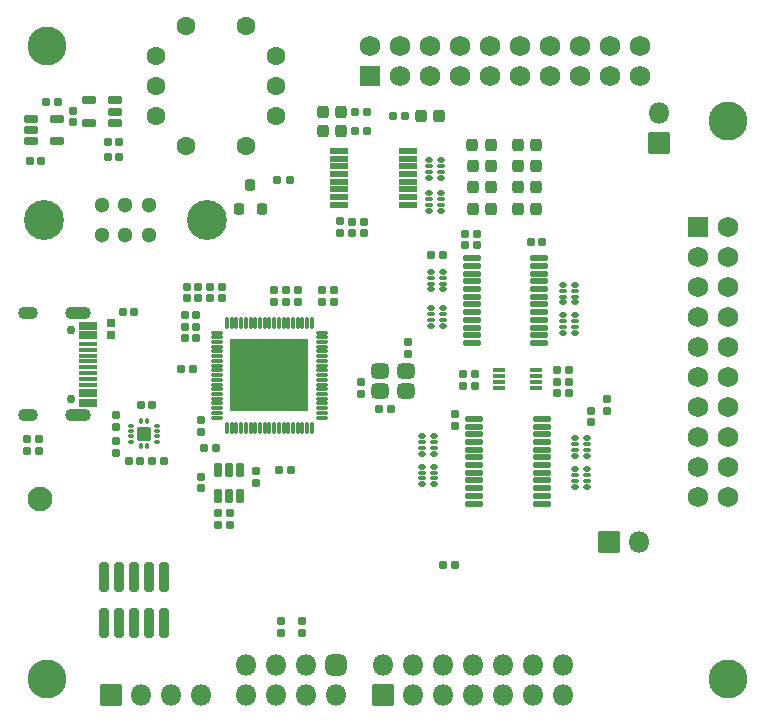
<source format=gbr>
%TF.GenerationSoftware,KiCad,Pcbnew,7.0.7*%
%TF.CreationDate,2024-02-05T14:51:40-08:00*%
%TF.ProjectId,Serberus,53657262-6572-4757-932e-6b696361645f,V2.1*%
%TF.SameCoordinates,Original*%
%TF.FileFunction,Soldermask,Top*%
%TF.FilePolarity,Negative*%
%FSLAX46Y46*%
G04 Gerber Fmt 4.6, Leading zero omitted, Abs format (unit mm)*
G04 Created by KiCad (PCBNEW 7.0.7) date 2024-02-05 14:51:40*
%MOMM*%
%LPD*%
G01*
G04 APERTURE LIST*
G04 Aperture macros list*
%AMRoundRect*
0 Rectangle with rounded corners*
0 $1 Rounding radius*
0 $2 $3 $4 $5 $6 $7 $8 $9 X,Y pos of 4 corners*
0 Add a 4 corners polygon primitive as box body*
4,1,4,$2,$3,$4,$5,$6,$7,$8,$9,$2,$3,0*
0 Add four circle primitives for the rounded corners*
1,1,$1+$1,$2,$3*
1,1,$1+$1,$4,$5*
1,1,$1+$1,$6,$7*
1,1,$1+$1,$8,$9*
0 Add four rect primitives between the rounded corners*
20,1,$1+$1,$2,$3,$4,$5,0*
20,1,$1+$1,$4,$5,$6,$7,0*
20,1,$1+$1,$6,$7,$8,$9,0*
20,1,$1+$1,$8,$9,$2,$3,0*%
G04 Aperture macros list end*
%ADD10RoundRect,0.185000X-0.185000X0.135000X-0.185000X-0.135000X0.185000X-0.135000X0.185000X0.135000X0*%
%ADD11RoundRect,0.185000X-0.135000X-0.185000X0.135000X-0.185000X0.135000X0.185000X-0.135000X0.185000X0*%
%ADD12RoundRect,0.190000X0.140000X0.170000X-0.140000X0.170000X-0.140000X-0.170000X0.140000X-0.170000X0*%
%ADD13RoundRect,0.190000X0.170000X-0.140000X0.170000X0.140000X-0.170000X0.140000X-0.170000X-0.140000X0*%
%ADD14RoundRect,0.190000X-0.140000X-0.170000X0.140000X-0.170000X0.140000X0.170000X-0.140000X0.170000X0*%
%ADD15RoundRect,0.150000X-0.150000X-0.100000X0.150000X-0.100000X0.150000X0.100000X-0.150000X0.100000X0*%
%ADD16RoundRect,0.125000X-0.175000X-0.075000X0.175000X-0.075000X0.175000X0.075000X-0.175000X0.075000X0*%
%ADD17C,2.100000*%
%ADD18RoundRect,0.190000X-0.170000X0.140000X-0.170000X-0.140000X0.170000X-0.140000X0.170000X0.140000X0*%
%ADD19RoundRect,0.050000X0.425000X-0.150000X0.425000X0.150000X-0.425000X0.150000X-0.425000X-0.150000X0*%
%ADD20RoundRect,0.212500X0.162500X-0.367500X0.162500X0.367500X-0.162500X0.367500X-0.162500X-0.367500X0*%
%ADD21RoundRect,0.185000X0.135000X0.185000X-0.135000X0.185000X-0.135000X-0.185000X0.135000X-0.185000X0*%
%ADD22RoundRect,0.268750X-0.218750X-0.256250X0.218750X-0.256250X0.218750X0.256250X-0.218750X0.256250X0*%
%ADD23RoundRect,0.150000X0.150000X0.100000X-0.150000X0.100000X-0.150000X-0.100000X0.150000X-0.100000X0*%
%ADD24RoundRect,0.125000X0.175000X0.075000X-0.175000X0.075000X-0.175000X-0.075000X0.175000X-0.075000X0*%
%ADD25C,3.300000*%
%ADD26RoundRect,0.350000X-0.400000X-0.300000X0.400000X-0.300000X0.400000X0.300000X-0.400000X0.300000X0*%
%ADD27RoundRect,0.250000X0.200000X-0.250000X0.200000X0.250000X-0.200000X0.250000X-0.200000X-0.250000X0*%
%ADD28RoundRect,0.050000X0.850000X-0.850000X0.850000X0.850000X-0.850000X0.850000X-0.850000X-0.850000X0*%
%ADD29O,1.800000X1.800000*%
%ADD30RoundRect,0.185000X0.185000X-0.135000X0.185000X0.135000X-0.185000X0.135000X-0.185000X-0.135000X0*%
%ADD31RoundRect,0.197500X-0.147500X-0.172500X0.147500X-0.172500X0.147500X0.172500X-0.147500X0.172500X0*%
%ADD32RoundRect,0.268750X0.218750X0.256250X-0.218750X0.256250X-0.218750X-0.256250X0.218750X-0.256250X0*%
%ADD33RoundRect,0.475000X-0.425000X0.425000X-0.425000X-0.425000X0.425000X-0.425000X0.425000X0.425000X0*%
%ADD34RoundRect,0.050000X-0.825000X0.825000X-0.825000X-0.825000X0.825000X-0.825000X0.825000X0.825000X0*%
%ADD35C,1.750000*%
%ADD36RoundRect,0.150000X-0.637500X-0.100000X0.637500X-0.100000X0.637500X0.100000X-0.637500X0.100000X0*%
%ADD37RoundRect,0.050000X-0.737500X0.225000X-0.737500X-0.225000X0.737500X-0.225000X0.737500X0.225000X0*%
%ADD38RoundRect,0.212500X0.367500X0.162500X-0.367500X0.162500X-0.367500X-0.162500X0.367500X-0.162500X0*%
%ADD39C,0.750000*%
%ADD40RoundRect,0.050000X-0.725000X0.300000X-0.725000X-0.300000X0.725000X-0.300000X0.725000X0.300000X0*%
%ADD41RoundRect,0.050000X-0.725000X0.150000X-0.725000X-0.150000X0.725000X-0.150000X0.725000X0.150000X0*%
%ADD42O,2.200000X1.100000*%
%ADD43O,1.700000X1.100000*%
%ADD44RoundRect,0.197500X-0.172500X0.147500X-0.172500X-0.147500X0.172500X-0.147500X0.172500X0.147500X0*%
%ADD45C,1.300000*%
%ADD46C,3.385000*%
%ADD47C,1.600000*%
%ADD48RoundRect,0.050000X0.100000X0.425000X-0.100000X0.425000X-0.100000X-0.425000X0.100000X-0.425000X0*%
%ADD49RoundRect,0.050000X0.425000X-0.100000X0.425000X0.100000X-0.425000X0.100000X-0.425000X-0.100000X0*%
%ADD50RoundRect,0.050000X3.280000X-3.030000X3.280000X3.030000X-3.280000X3.030000X-3.280000X-3.030000X0*%
%ADD51RoundRect,0.050000X0.200000X-0.125000X0.200000X0.125000X-0.200000X0.125000X-0.200000X-0.125000X0*%
%ADD52RoundRect,0.050000X-0.125000X-0.200000X0.125000X-0.200000X0.125000X0.200000X-0.125000X0.200000X0*%
%ADD53RoundRect,0.050000X-0.550000X-0.550000X0.550000X-0.550000X0.550000X0.550000X-0.550000X0.550000X0*%
%ADD54RoundRect,0.050000X-0.825000X-0.825000X0.825000X-0.825000X0.825000X0.825000X-0.825000X0.825000X0*%
%ADD55RoundRect,0.212500X-0.367500X-0.162500X0.367500X-0.162500X0.367500X0.162500X-0.367500X0.162500X0*%
%ADD56RoundRect,0.235000X-0.185000X1.015000X-0.185000X-1.015000X0.185000X-1.015000X0.185000X1.015000X0*%
%ADD57RoundRect,0.050000X0.850000X0.850000X-0.850000X0.850000X-0.850000X-0.850000X0.850000X-0.850000X0*%
G04 APERTURE END LIST*
D10*
%TO.C,R17*%
X170600000Y-103090000D03*
X170600000Y-104110000D03*
%TD*%
D11*
%TO.C,R12*%
X136490000Y-107300000D03*
X137510000Y-107300000D03*
%TD*%
D12*
%TO.C,C5*%
X135795000Y-97000000D03*
X134835000Y-97000000D03*
%TD*%
D13*
%TO.C,C20*%
X158600000Y-90080000D03*
X158600000Y-89120000D03*
%TD*%
D14*
%TO.C,C3*%
X128320000Y-82600000D03*
X129280000Y-82600000D03*
%TD*%
D15*
%TO.C,RN6*%
X154900000Y-108850000D03*
D16*
X154900000Y-109350000D03*
X154900000Y-109850000D03*
D15*
X154900000Y-110350000D03*
X155900000Y-110350000D03*
D16*
X155900000Y-109850000D03*
X155900000Y-109350000D03*
D15*
X155900000Y-108850000D03*
%TD*%
D17*
%TO.C,TP1*%
X122600000Y-111600000D03*
%TD*%
D18*
%TO.C,C16*%
X137000000Y-93640000D03*
X137000000Y-94600000D03*
%TD*%
D19*
%TO.C,U7*%
X161450000Y-100700000D03*
X161450000Y-101200000D03*
X161450000Y-101700000D03*
X161450000Y-102200000D03*
X164600000Y-102200000D03*
X164600000Y-101700000D03*
X164600000Y-101200000D03*
X164600000Y-100700000D03*
%TD*%
D20*
%TO.C,U4*%
X137650000Y-111300000D03*
X138600000Y-111300000D03*
X139550000Y-111300000D03*
X139550000Y-109100000D03*
X138600000Y-109100000D03*
X137650000Y-109100000D03*
%TD*%
D21*
%TO.C,R26*%
X167335000Y-101650000D03*
X166315000Y-101650000D03*
%TD*%
D22*
%TO.C,D12*%
X163037500Y-83400000D03*
X164612500Y-83400000D03*
%TD*%
%TO.C,D13*%
X163025000Y-81600000D03*
X164600000Y-81600000D03*
%TD*%
D14*
%TO.C,C28*%
X130120000Y-108400000D03*
X131080000Y-108400000D03*
%TD*%
D10*
%TO.C,R21*%
X144800000Y-121890000D03*
X144800000Y-122910000D03*
%TD*%
D22*
%TO.C,D10*%
X163025000Y-87000000D03*
X164600000Y-87000000D03*
%TD*%
D23*
%TO.C,RN10*%
X156500000Y-84400000D03*
D24*
X156500000Y-83900000D03*
X156500000Y-83400000D03*
D23*
X156500000Y-82900000D03*
X155500000Y-82900000D03*
D24*
X155500000Y-83400000D03*
X155500000Y-83900000D03*
D23*
X155500000Y-84400000D03*
%TD*%
D25*
%TO.C,H4*%
X180800000Y-126800000D03*
%TD*%
D15*
%TO.C,RN4*%
X166900000Y-96050000D03*
D16*
X166900000Y-96550000D03*
X166900000Y-97050000D03*
D15*
X166900000Y-97550000D03*
X167900000Y-97550000D03*
D16*
X167900000Y-97050000D03*
X167900000Y-96550000D03*
D15*
X167900000Y-96050000D03*
%TD*%
D21*
%TO.C,R5*%
X150310000Y-78800000D03*
X149290000Y-78800000D03*
%TD*%
D13*
%TO.C,C24*%
X153700000Y-99280000D03*
X153700000Y-98320000D03*
%TD*%
D26*
%TO.C,Y1*%
X151400000Y-102450000D03*
X153600000Y-102450000D03*
X153600000Y-100750000D03*
X151400000Y-100750000D03*
%TD*%
D21*
%TO.C,R3*%
X122510000Y-106500000D03*
X121490000Y-106500000D03*
%TD*%
D12*
%TO.C,C6*%
X135795000Y-96000000D03*
X134835000Y-96000000D03*
%TD*%
D13*
%TO.C,C11*%
X142400000Y-94880000D03*
X142400000Y-93920000D03*
%TD*%
D27*
%TO.C,Q1*%
X139450000Y-87000000D03*
X141350000Y-87000000D03*
X140400000Y-85000000D03*
%TD*%
D28*
%TO.C,J7*%
X128600000Y-128200000D03*
D29*
X131140000Y-128200000D03*
X133680000Y-128200000D03*
X136220000Y-128200000D03*
%TD*%
D13*
%TO.C,C10*%
X146500000Y-94880000D03*
X146500000Y-93920000D03*
%TD*%
D21*
%TO.C,R24*%
X159410000Y-102050000D03*
X158390000Y-102050000D03*
%TD*%
D11*
%TO.C,R4*%
X152490000Y-79200000D03*
X153510000Y-79200000D03*
%TD*%
%TO.C,R10*%
X149290000Y-80400000D03*
X150310000Y-80400000D03*
%TD*%
D30*
%TO.C,R2*%
X136200000Y-105910000D03*
X136200000Y-104890000D03*
%TD*%
D13*
%TO.C,C4*%
X125400000Y-79680000D03*
X125400000Y-78720000D03*
%TD*%
D12*
%TO.C,C25*%
X122480000Y-107500000D03*
X121520000Y-107500000D03*
%TD*%
%TO.C,C2*%
X124080000Y-78000000D03*
X123120000Y-78000000D03*
%TD*%
D31*
%TO.C,FB1*%
X134830000Y-98000000D03*
X135800000Y-98000000D03*
%TD*%
D32*
%TO.C,D8*%
X160787500Y-83400000D03*
X159212500Y-83400000D03*
%TD*%
D15*
%TO.C,RN3*%
X166900000Y-93450000D03*
D16*
X166900000Y-93950000D03*
X166900000Y-94450000D03*
D15*
X166900000Y-94950000D03*
X167900000Y-94950000D03*
D16*
X167900000Y-94450000D03*
X167900000Y-93950000D03*
D15*
X167900000Y-93450000D03*
%TD*%
D21*
%TO.C,R16*%
X157710000Y-117200000D03*
X156690000Y-117200000D03*
%TD*%
D33*
%TO.C,J5*%
X147685500Y-125639500D03*
D29*
X147685500Y-128179500D03*
X145145500Y-125639500D03*
X145145500Y-128179500D03*
X142605500Y-125639500D03*
X142605500Y-128179500D03*
X140065500Y-125639500D03*
X140065500Y-128179500D03*
%TD*%
D30*
%TO.C,R14*%
X140900000Y-110210000D03*
X140900000Y-109190000D03*
%TD*%
D34*
%TO.C,J3*%
X178260000Y-88580000D03*
D35*
X180800000Y-88580000D03*
X178260000Y-91120000D03*
X180800000Y-91120000D03*
X178260000Y-93660000D03*
X180800000Y-93660000D03*
X178260000Y-96200000D03*
X180800000Y-96200000D03*
X178260000Y-98740000D03*
X180800000Y-98740000D03*
X178260000Y-101280000D03*
X180800000Y-101280000D03*
X178260000Y-103820000D03*
X180800000Y-103820000D03*
X178260000Y-106360000D03*
X180800000Y-106360000D03*
X178260000Y-108900000D03*
X180800000Y-108900000D03*
X178260000Y-111440000D03*
X180800000Y-111440000D03*
%TD*%
D18*
%TO.C,C17*%
X138000000Y-93640000D03*
X138000000Y-94600000D03*
%TD*%
D30*
%TO.C,R22*%
X149800000Y-102710000D03*
X149800000Y-101690000D03*
%TD*%
D36*
%TO.C,U6*%
X159337500Y-104825000D03*
X159337500Y-105475000D03*
X159337500Y-106125000D03*
X159337500Y-106775000D03*
X159337500Y-107425000D03*
X159337500Y-108075000D03*
X159337500Y-108725000D03*
X159337500Y-109375000D03*
X159337500Y-110025000D03*
X159337500Y-110675000D03*
X159337500Y-111325000D03*
X159337500Y-111975000D03*
X165062500Y-111975000D03*
X165062500Y-111325000D03*
X165062500Y-110675000D03*
X165062500Y-110025000D03*
X165062500Y-109375000D03*
X165062500Y-108725000D03*
X165062500Y-108075000D03*
X165062500Y-107425000D03*
X165062500Y-106775000D03*
X165062500Y-106125000D03*
X165062500Y-105475000D03*
X165062500Y-104825000D03*
%TD*%
D15*
%TO.C,RN2*%
X155700000Y-95450000D03*
D16*
X155700000Y-95950000D03*
X155700000Y-96450000D03*
D15*
X155700000Y-96950000D03*
X156700000Y-96950000D03*
D16*
X156700000Y-96450000D03*
X156700000Y-95950000D03*
D15*
X156700000Y-95450000D03*
%TD*%
D28*
%TO.C,J8*%
X170800000Y-115200000D03*
D29*
X173340000Y-115200000D03*
%TD*%
D25*
%TO.C,H3*%
X123200000Y-126800000D03*
%TD*%
D18*
%TO.C,C8*%
X150000000Y-88120000D03*
X150000000Y-89080000D03*
%TD*%
D15*
%TO.C,RN7*%
X167900000Y-106450000D03*
D16*
X167900000Y-106950000D03*
X167900000Y-107450000D03*
D15*
X167900000Y-107950000D03*
X168900000Y-107950000D03*
D16*
X168900000Y-107450000D03*
X168900000Y-106950000D03*
D15*
X168900000Y-106450000D03*
%TD*%
D11*
%TO.C,R1*%
X132090000Y-108400000D03*
X133110000Y-108400000D03*
%TD*%
D32*
%TO.C,D1*%
X156387500Y-79200000D03*
X154812500Y-79200000D03*
%TD*%
%TO.C,D9*%
X160775000Y-81600000D03*
X159200000Y-81600000D03*
%TD*%
D25*
%TO.C,H2*%
X180800000Y-79600000D03*
%TD*%
D21*
%TO.C,R23*%
X159410000Y-101050000D03*
X158390000Y-101050000D03*
%TD*%
D12*
%TO.C,C22*%
X165080000Y-89800000D03*
X164120000Y-89800000D03*
%TD*%
D21*
%TO.C,R13*%
X138710000Y-112800000D03*
X137690000Y-112800000D03*
%TD*%
%TO.C,R25*%
X167335000Y-100650000D03*
X166315000Y-100650000D03*
%TD*%
D30*
%TO.C,R20*%
X143000000Y-122910000D03*
X143000000Y-121890000D03*
%TD*%
D37*
%TO.C,U9*%
X153738000Y-86675000D03*
X153738000Y-86025000D03*
X153738000Y-85375000D03*
X153738000Y-84725000D03*
X153738000Y-84075000D03*
X153738000Y-83425000D03*
X153738000Y-82775000D03*
X153738000Y-82125000D03*
X147862000Y-82125000D03*
X147862000Y-82775000D03*
X147862000Y-83425000D03*
X147862000Y-84075000D03*
X147862000Y-84725000D03*
X147862000Y-85375000D03*
X147862000Y-86025000D03*
X147862000Y-86675000D03*
%TD*%
D28*
%TO.C,J4*%
X151660000Y-128200000D03*
D29*
X151660000Y-125660000D03*
X154200000Y-128200000D03*
X154200000Y-125660000D03*
X156740000Y-128200000D03*
X156740000Y-125660000D03*
X159280000Y-128200000D03*
X159280000Y-125660000D03*
X161820000Y-128200000D03*
X161820000Y-125660000D03*
X164360000Y-128200000D03*
X164360000Y-125660000D03*
X166900000Y-128200000D03*
X166900000Y-125660000D03*
%TD*%
D38*
%TO.C,U2*%
X128892500Y-79750000D03*
X128892500Y-78800000D03*
X128892500Y-77850000D03*
X126692500Y-77850000D03*
X126692500Y-79750000D03*
%TD*%
D30*
%TO.C,R19*%
X157700000Y-105410000D03*
X157700000Y-104390000D03*
%TD*%
D39*
%TO.C,J1*%
X125240000Y-97310000D03*
X125240000Y-103090000D03*
D40*
X126685000Y-96950000D03*
X126685000Y-97750000D03*
D41*
X126685000Y-98950000D03*
X126685000Y-99950000D03*
X126685000Y-100450000D03*
X126685000Y-101450000D03*
D40*
X126685000Y-102650000D03*
X126685000Y-103450000D03*
X126685000Y-103450000D03*
X126685000Y-102650000D03*
D41*
X126685000Y-101950000D03*
X126685000Y-100950000D03*
X126685000Y-99450000D03*
X126685000Y-98450000D03*
D40*
X126685000Y-97750000D03*
X126685000Y-96950000D03*
D42*
X125770000Y-95880000D03*
D43*
X121590000Y-95880000D03*
D42*
X125770000Y-104520000D03*
D43*
X121590000Y-104520000D03*
%TD*%
D44*
%TO.C,FB3*%
X128600000Y-96715000D03*
X128600000Y-97685000D03*
%TD*%
D13*
%TO.C,C19*%
X159600000Y-90080000D03*
X159600000Y-89120000D03*
%TD*%
D11*
%TO.C,R11*%
X142690000Y-84600000D03*
X143710000Y-84600000D03*
%TD*%
D45*
%TO.C,SW2*%
X127800000Y-89200000D03*
X129800000Y-89200000D03*
X131800000Y-89200000D03*
X127800000Y-86700000D03*
X129800000Y-86700000D03*
X131800000Y-86700000D03*
D46*
X122900000Y-87950000D03*
X136700000Y-87950000D03*
%TD*%
D13*
%TO.C,C29*%
X129000000Y-107680000D03*
X129000000Y-106720000D03*
%TD*%
D47*
%TO.C,SW1*%
X142595000Y-79200000D03*
X132435000Y-79200000D03*
X132435000Y-76660000D03*
X132435000Y-74120000D03*
X142595000Y-74120000D03*
X142595000Y-76660000D03*
X140055000Y-81740000D03*
X134975000Y-81740000D03*
X134975000Y-71580000D03*
X140055000Y-71580000D03*
%TD*%
D32*
%TO.C,D7*%
X160787500Y-85200000D03*
X159212500Y-85200000D03*
%TD*%
D22*
%TO.C,D11*%
X163037500Y-85200000D03*
X164612500Y-85200000D03*
%TD*%
D48*
%TO.C,U3*%
X138407467Y-105550757D03*
X138807467Y-105550757D03*
X139207467Y-105550757D03*
X139607467Y-105550757D03*
X140007467Y-105550757D03*
X140407467Y-105550757D03*
X140807467Y-105550757D03*
X141207467Y-105550757D03*
X141607467Y-105550757D03*
X142007467Y-105550757D03*
X142407467Y-105550757D03*
X142807467Y-105550757D03*
X143207467Y-105550757D03*
X143607467Y-105550757D03*
X144007467Y-105550757D03*
X144407467Y-105550757D03*
X144807467Y-105550757D03*
X145207467Y-105550757D03*
X145607467Y-105550757D03*
D49*
X146457467Y-104700757D03*
X146457467Y-104300757D03*
X146457467Y-103900757D03*
X146457467Y-103500757D03*
X146457467Y-103100757D03*
X146457467Y-102700757D03*
X146457467Y-102300757D03*
X146457467Y-101900757D03*
X146457467Y-101500757D03*
X146457467Y-101100757D03*
X146457467Y-100700757D03*
X146457467Y-100300757D03*
X146457467Y-99900757D03*
X146457467Y-99500757D03*
X146457467Y-99100757D03*
X146457467Y-98700757D03*
X146457467Y-98300757D03*
X146457467Y-97900757D03*
X146457467Y-97500757D03*
D48*
X145607467Y-96650757D03*
X145207467Y-96650757D03*
X144807467Y-96650757D03*
X144407467Y-96650757D03*
X144007467Y-96650757D03*
X143607467Y-96650757D03*
X143207467Y-96650757D03*
X142807467Y-96650757D03*
X142407467Y-96650757D03*
X142007467Y-96650757D03*
X141607467Y-96650757D03*
X141207467Y-96650757D03*
X140807467Y-96650757D03*
X140407467Y-96650757D03*
X140007467Y-96650757D03*
X139607467Y-96650757D03*
X139207467Y-96650757D03*
X138807467Y-96650757D03*
X138407467Y-96650757D03*
D49*
X137557467Y-97500757D03*
X137557467Y-97900757D03*
X137557467Y-98300757D03*
X137557467Y-98700757D03*
X137557467Y-99100757D03*
X137557467Y-99500757D03*
X137557467Y-99900757D03*
X137557467Y-100300757D03*
X137557467Y-100700757D03*
X137557467Y-101100757D03*
X137557467Y-101500757D03*
X137557467Y-101900757D03*
X137557467Y-102300757D03*
X137557467Y-102700757D03*
X137557467Y-103100757D03*
X137557467Y-103500757D03*
X137557467Y-103900757D03*
X137557467Y-104300757D03*
X137557467Y-104700757D03*
D50*
X142007467Y-101100757D03*
%TD*%
D51*
%TO.C,U8*%
X130300000Y-105400000D03*
X130300000Y-105850000D03*
X130300000Y-106300000D03*
X130300000Y-106750000D03*
D52*
X131175000Y-107125000D03*
X131625000Y-107125000D03*
D51*
X132500000Y-106750000D03*
X132500000Y-106300000D03*
X132500000Y-105850000D03*
X132500000Y-105400000D03*
D52*
X131625000Y-105025000D03*
X131175000Y-105025000D03*
D53*
X131400000Y-106075000D03*
%TD*%
D23*
%TO.C,RN9*%
X156500000Y-87200000D03*
D24*
X156500000Y-86700000D03*
X156500000Y-86200000D03*
D23*
X156500000Y-85700000D03*
X155500000Y-85700000D03*
D24*
X155500000Y-86200000D03*
X155500000Y-86700000D03*
D23*
X155500000Y-87200000D03*
%TD*%
D36*
%TO.C,U5*%
X159137500Y-91225000D03*
X159137500Y-91875000D03*
X159137500Y-92525000D03*
X159137500Y-93175000D03*
X159137500Y-93825000D03*
X159137500Y-94475000D03*
X159137500Y-95125000D03*
X159137500Y-95775000D03*
X159137500Y-96425000D03*
X159137500Y-97075000D03*
X159137500Y-97725000D03*
X159137500Y-98375000D03*
X164862500Y-98375000D03*
X164862500Y-97725000D03*
X164862500Y-97075000D03*
X164862500Y-96425000D03*
X164862500Y-95775000D03*
X164862500Y-95125000D03*
X164862500Y-94475000D03*
X164862500Y-93825000D03*
X164862500Y-93175000D03*
X164862500Y-92525000D03*
X164862500Y-91875000D03*
X164862500Y-91225000D03*
%TD*%
D32*
%TO.C,D6*%
X160787500Y-87000000D03*
X159212500Y-87000000D03*
%TD*%
D14*
%TO.C,C1*%
X121700000Y-82950000D03*
X122660000Y-82950000D03*
%TD*%
D15*
%TO.C,RN1*%
X155700000Y-92350000D03*
D16*
X155700000Y-92850000D03*
X155700000Y-93350000D03*
D15*
X155700000Y-93850000D03*
X156700000Y-93850000D03*
D16*
X156700000Y-93350000D03*
X156700000Y-92850000D03*
D15*
X156700000Y-92350000D03*
%TD*%
D30*
%TO.C,R28*%
X148000000Y-89110000D03*
X148000000Y-88090000D03*
%TD*%
D11*
%TO.C,R6*%
X134490000Y-100600000D03*
X135510000Y-100600000D03*
%TD*%
D18*
%TO.C,C21*%
X169200000Y-104120000D03*
X169200000Y-105080000D03*
%TD*%
D15*
%TO.C,RN5*%
X154900000Y-106250000D03*
D16*
X154900000Y-106750000D03*
X154900000Y-107250000D03*
D15*
X154900000Y-107750000D03*
X155900000Y-107750000D03*
D16*
X155900000Y-107250000D03*
X155900000Y-106750000D03*
D15*
X155900000Y-106250000D03*
%TD*%
D18*
%TO.C,C14*%
X135000000Y-93640000D03*
X135000000Y-94600000D03*
%TD*%
D54*
%TO.C,J2*%
X150500000Y-75740000D03*
D35*
X150500000Y-73200000D03*
X153040000Y-75740000D03*
X153040000Y-73200000D03*
X155580000Y-75740000D03*
X155580000Y-73200000D03*
X158120000Y-75740000D03*
X158120000Y-73200000D03*
X160660000Y-75740000D03*
X160660000Y-73200000D03*
X163200000Y-75740000D03*
X163200000Y-73200000D03*
X165740000Y-75740000D03*
X165740000Y-73200000D03*
X168280000Y-75740000D03*
X168280000Y-73200000D03*
X170820000Y-75740000D03*
X170820000Y-73200000D03*
X173360000Y-75740000D03*
X173360000Y-73200000D03*
%TD*%
D14*
%TO.C,C27*%
X131120000Y-103600000D03*
X132080000Y-103600000D03*
%TD*%
%TO.C,C7*%
X128320000Y-81400000D03*
X129280000Y-81400000D03*
%TD*%
D13*
%TO.C,C9*%
X147500000Y-94880000D03*
X147500000Y-93920000D03*
%TD*%
D18*
%TO.C,C18*%
X136200000Y-109720000D03*
X136200000Y-110680000D03*
%TD*%
D14*
%TO.C,C26*%
X129600000Y-95800000D03*
X130560000Y-95800000D03*
%TD*%
D21*
%TO.C,R7*%
X143810000Y-109100000D03*
X142790000Y-109100000D03*
%TD*%
%TO.C,R15*%
X138710000Y-113800000D03*
X137690000Y-113800000D03*
%TD*%
%TO.C,R27*%
X167335000Y-102650000D03*
X166315000Y-102650000D03*
%TD*%
D13*
%TO.C,C12*%
X143400000Y-94880000D03*
X143400000Y-93920000D03*
%TD*%
D22*
%TO.C,D5*%
X146525000Y-80400500D03*
X148100000Y-80400500D03*
%TD*%
D18*
%TO.C,C31*%
X149000000Y-88120000D03*
X149000000Y-89080000D03*
%TD*%
D55*
%TO.C,U1*%
X121800000Y-79400000D03*
X121800000Y-80350000D03*
X121800000Y-81300000D03*
X124000000Y-81300000D03*
X124000000Y-79400000D03*
%TD*%
D22*
%TO.C,D2*%
X146525000Y-78800500D03*
X148100000Y-78800500D03*
%TD*%
D18*
%TO.C,C30*%
X129000000Y-104500000D03*
X129000000Y-105460000D03*
%TD*%
D56*
%TO.C,J6*%
X133055685Y-118200000D03*
X133055685Y-122100000D03*
X131785685Y-118200000D03*
X131785685Y-122100000D03*
X130515685Y-118200000D03*
X130515685Y-122100000D03*
X129245685Y-118200000D03*
X129245685Y-122100000D03*
X127975685Y-118200000D03*
X127975685Y-122100000D03*
%TD*%
D57*
%TO.C,J9*%
X175000000Y-81475000D03*
D29*
X175000000Y-78935000D03*
%TD*%
D15*
%TO.C,RN8*%
X167900000Y-109050000D03*
D16*
X167900000Y-109550000D03*
X167900000Y-110050000D03*
D15*
X167900000Y-110550000D03*
X168900000Y-110550000D03*
D16*
X168900000Y-110050000D03*
X168900000Y-109550000D03*
D15*
X168900000Y-109050000D03*
%TD*%
D14*
%TO.C,C23*%
X151320000Y-104000000D03*
X152280000Y-104000000D03*
%TD*%
D25*
%TO.C,H1*%
X123200000Y-73200000D03*
%TD*%
D18*
%TO.C,C15*%
X136000000Y-93640000D03*
X136000000Y-94600000D03*
%TD*%
D13*
%TO.C,C13*%
X144400000Y-94880000D03*
X144400000Y-93920000D03*
%TD*%
D11*
%TO.C,R18*%
X155690000Y-90900000D03*
X156710000Y-90900000D03*
%TD*%
M02*

</source>
